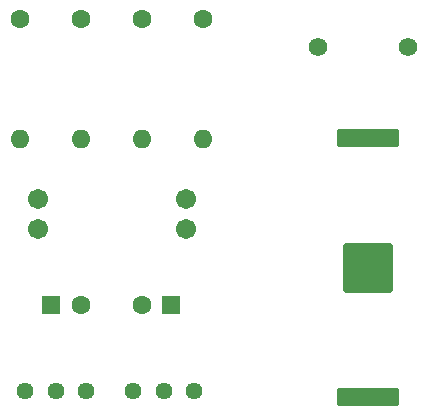
<source format=gbr>
%TF.GenerationSoftware,KiCad,Pcbnew,7.0.7*%
%TF.CreationDate,2023-10-13T15:54:56-04:00*%
%TF.ProjectId,project1,70726f6a-6563-4743-912e-6b696361645f,rev?*%
%TF.SameCoordinates,Original*%
%TF.FileFunction,Soldermask,Top*%
%TF.FilePolarity,Negative*%
%FSLAX46Y46*%
G04 Gerber Fmt 4.6, Leading zero omitted, Abs format (unit mm)*
G04 Created by KiCad (PCBNEW 7.0.7) date 2023-10-13 15:54:56*
%MOMM*%
%LPD*%
G01*
G04 APERTURE LIST*
G04 Aperture macros list*
%AMRoundRect*
0 Rectangle with rounded corners*
0 $1 Rounding radius*
0 $2 $3 $4 $5 $6 $7 $8 $9 X,Y pos of 4 corners*
0 Add a 4 corners polygon primitive as box body*
4,1,4,$2,$3,$4,$5,$6,$7,$8,$9,$2,$3,0*
0 Add four circle primitives for the rounded corners*
1,1,$1+$1,$2,$3*
1,1,$1+$1,$4,$5*
1,1,$1+$1,$6,$7*
1,1,$1+$1,$8,$9*
0 Add four rect primitives between the rounded corners*
20,1,$1+$1,$2,$3,$4,$5,0*
20,1,$1+$1,$4,$5,$6,$7,0*
20,1,$1+$1,$6,$7,$8,$9,0*
20,1,$1+$1,$8,$9,$2,$3,0*%
G04 Aperture macros list end*
%ADD10C,1.600000*%
%ADD11O,1.600000X1.600000*%
%ADD12R,1.600000X1.600000*%
%ADD13RoundRect,0.102000X1.980000X-1.980000X1.980000X1.980000X-1.980000X1.980000X-1.980000X-1.980000X0*%
%ADD14RoundRect,0.102000X2.540000X-0.635000X2.540000X0.635000X-2.540000X0.635000X-2.540000X-0.635000X0*%
%ADD15C,1.575000*%
%ADD16C,1.440000*%
%ADD17C,1.712000*%
G04 APERTURE END LIST*
D10*
%TO.C,R4*%
X103251000Y-103632000D03*
D11*
X103251000Y-113792000D03*
%TD*%
D12*
%TO.C,C2*%
X116078000Y-127889000D03*
D10*
X113578000Y-127889000D03*
%TD*%
D13*
%TO.C,BT1*%
X132715000Y-124700000D03*
D14*
X132715000Y-135685000D03*
X132715000Y-113715000D03*
%TD*%
D12*
%TO.C,C1*%
X105918000Y-127889000D03*
D10*
X108418000Y-127889000D03*
%TD*%
D15*
%TO.C,S1*%
X136145000Y-106045000D03*
X128525000Y-106045000D03*
%TD*%
D16*
%TO.C,Q2*%
X112843000Y-135125998D03*
X115443000Y-135125998D03*
X118043000Y-135125998D03*
%TD*%
D10*
%TO.C,R3*%
X108415666Y-103632000D03*
D11*
X108415666Y-113792000D03*
%TD*%
D10*
%TO.C,R1*%
X118745000Y-103632000D03*
D11*
X118745000Y-113792000D03*
%TD*%
D17*
%TO.C,D1*%
X104775000Y-121412000D03*
X104775000Y-118872000D03*
%TD*%
D16*
%TO.C,Q1*%
X103699000Y-135125998D03*
X106299000Y-135125998D03*
X108899000Y-135125998D03*
%TD*%
D10*
%TO.C,R2*%
X113580332Y-103632000D03*
D11*
X113580332Y-113792000D03*
%TD*%
D17*
%TO.C,D2*%
X117348000Y-121412000D03*
X117348000Y-118872000D03*
%TD*%
M02*

</source>
